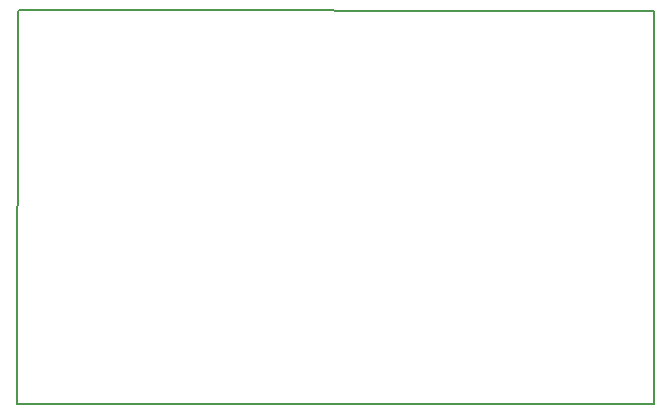
<source format=gbr>
G04 #@! TF.FileFunction,Profile,NP*
%FSLAX46Y46*%
G04 Gerber Fmt 4.6, Leading zero omitted, Abs format (unit mm)*
G04 Created by KiCad (PCBNEW 4.0.7) date 02/28/18 17:10:50*
%MOMM*%
%LPD*%
G01*
G04 APERTURE LIST*
%ADD10C,0.100000*%
%ADD11C,0.150000*%
G04 APERTURE END LIST*
D10*
D11*
X-100000Y50000D02*
X0Y33350000D01*
X53850000Y50000D02*
X-100000Y50000D01*
X53850000Y33250000D02*
X53850000Y50000D01*
X50000Y33400000D02*
X53850000Y33300000D01*
M02*

</source>
